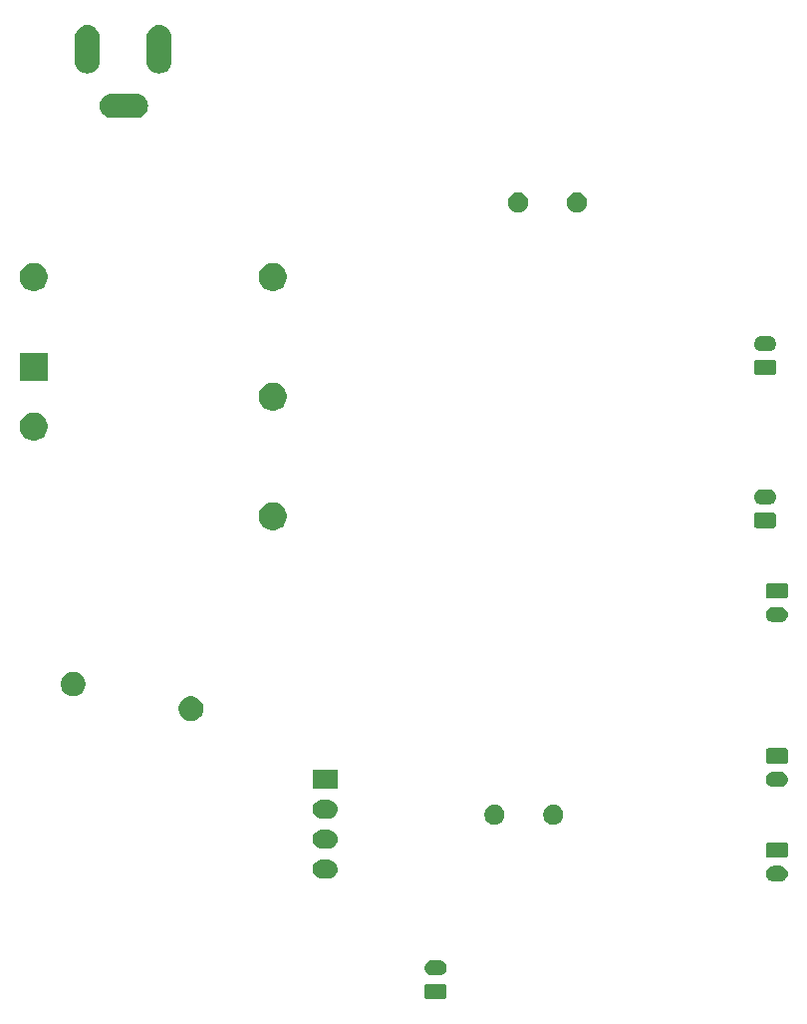
<source format=gbs>
G04 #@! TF.GenerationSoftware,KiCad,Pcbnew,(5.1.5-0)*
G04 #@! TF.CreationDate,2021-01-24T11:48:24-07:00*
G04 #@! TF.ProjectId,power_cui,706f7765-725f-4637-9569-2e6b69636164,rev?*
G04 #@! TF.SameCoordinates,Original*
G04 #@! TF.FileFunction,Soldermask,Bot*
G04 #@! TF.FilePolarity,Negative*
%FSLAX46Y46*%
G04 Gerber Fmt 4.6, Leading zero omitted, Abs format (unit mm)*
G04 Created by KiCad (PCBNEW (5.1.5-0)) date 2021-01-24 11:48:24*
%MOMM*%
%LPD*%
G04 APERTURE LIST*
%ADD10C,0.100000*%
G04 APERTURE END LIST*
D10*
G36*
X123766242Y-131353404D02*
G01*
X123803337Y-131364657D01*
X123837515Y-131382925D01*
X123867481Y-131407519D01*
X123892075Y-131437485D01*
X123910343Y-131471663D01*
X123921596Y-131508758D01*
X123926000Y-131553474D01*
X123926000Y-132446526D01*
X123921596Y-132491242D01*
X123910343Y-132528337D01*
X123892075Y-132562515D01*
X123867481Y-132592481D01*
X123837515Y-132617075D01*
X123803337Y-132635343D01*
X123766242Y-132646596D01*
X123721526Y-132651000D01*
X122278474Y-132651000D01*
X122233758Y-132646596D01*
X122196663Y-132635343D01*
X122162485Y-132617075D01*
X122132519Y-132592481D01*
X122107925Y-132562515D01*
X122089657Y-132528337D01*
X122078404Y-132491242D01*
X122074000Y-132446526D01*
X122074000Y-131553474D01*
X122078404Y-131508758D01*
X122089657Y-131471663D01*
X122107925Y-131437485D01*
X122132519Y-131407519D01*
X122162485Y-131382925D01*
X122196663Y-131364657D01*
X122233758Y-131353404D01*
X122278474Y-131349000D01*
X123721526Y-131349000D01*
X123766242Y-131353404D01*
G37*
G36*
X123338855Y-129352140D02*
G01*
X123402618Y-129358420D01*
X123493404Y-129385960D01*
X123525336Y-129395646D01*
X123638425Y-129456094D01*
X123737554Y-129537446D01*
X123818906Y-129636575D01*
X123879354Y-129749664D01*
X123879355Y-129749668D01*
X123916580Y-129872382D01*
X123929149Y-130000000D01*
X123916580Y-130127618D01*
X123889040Y-130218404D01*
X123879354Y-130250336D01*
X123818906Y-130363425D01*
X123737554Y-130462554D01*
X123638425Y-130543906D01*
X123525336Y-130604354D01*
X123493404Y-130614040D01*
X123402618Y-130641580D01*
X123338855Y-130647860D01*
X123306974Y-130651000D01*
X122693026Y-130651000D01*
X122661145Y-130647860D01*
X122597382Y-130641580D01*
X122506596Y-130614040D01*
X122474664Y-130604354D01*
X122361575Y-130543906D01*
X122262446Y-130462554D01*
X122181094Y-130363425D01*
X122120646Y-130250336D01*
X122110960Y-130218404D01*
X122083420Y-130127618D01*
X122070851Y-130000000D01*
X122083420Y-129872382D01*
X122120645Y-129749668D01*
X122120646Y-129749664D01*
X122181094Y-129636575D01*
X122262446Y-129537446D01*
X122361575Y-129456094D01*
X122474664Y-129395646D01*
X122506596Y-129385960D01*
X122597382Y-129358420D01*
X122661145Y-129352140D01*
X122693026Y-129349000D01*
X123306974Y-129349000D01*
X123338855Y-129352140D01*
G37*
G36*
X152338855Y-121352140D02*
G01*
X152402618Y-121358420D01*
X152493404Y-121385960D01*
X152525336Y-121395646D01*
X152638425Y-121456094D01*
X152737554Y-121537446D01*
X152818906Y-121636575D01*
X152879354Y-121749664D01*
X152879355Y-121749668D01*
X152916580Y-121872382D01*
X152929149Y-122000000D01*
X152916580Y-122127618D01*
X152889040Y-122218404D01*
X152879354Y-122250336D01*
X152818906Y-122363425D01*
X152737554Y-122462554D01*
X152638425Y-122543906D01*
X152525336Y-122604354D01*
X152493404Y-122614040D01*
X152402618Y-122641580D01*
X152338855Y-122647860D01*
X152306974Y-122651000D01*
X151693026Y-122651000D01*
X151661145Y-122647860D01*
X151597382Y-122641580D01*
X151506596Y-122614040D01*
X151474664Y-122604354D01*
X151361575Y-122543906D01*
X151262446Y-122462554D01*
X151181094Y-122363425D01*
X151120646Y-122250336D01*
X151110960Y-122218404D01*
X151083420Y-122127618D01*
X151070851Y-122000000D01*
X151083420Y-121872382D01*
X151120645Y-121749668D01*
X151120646Y-121749664D01*
X151181094Y-121636575D01*
X151262446Y-121537446D01*
X151361575Y-121456094D01*
X151474664Y-121395646D01*
X151506596Y-121385960D01*
X151597382Y-121358420D01*
X151661145Y-121352140D01*
X151693026Y-121349000D01*
X152306974Y-121349000D01*
X152338855Y-121352140D01*
G37*
G36*
X113928571Y-120822863D02*
G01*
X114007023Y-120830590D01*
X114107682Y-120861125D01*
X114158013Y-120876392D01*
X114297165Y-120950771D01*
X114419133Y-121050867D01*
X114519229Y-121172835D01*
X114593608Y-121311987D01*
X114607693Y-121358420D01*
X114639410Y-121462977D01*
X114654875Y-121620000D01*
X114639410Y-121777023D01*
X114610483Y-121872382D01*
X114593608Y-121928013D01*
X114519229Y-122067165D01*
X114419133Y-122189133D01*
X114297165Y-122289229D01*
X114158013Y-122363608D01*
X114107682Y-122378875D01*
X114007023Y-122409410D01*
X113928571Y-122417137D01*
X113889346Y-122421000D01*
X113310654Y-122421000D01*
X113271429Y-122417137D01*
X113192977Y-122409410D01*
X113092318Y-122378875D01*
X113041987Y-122363608D01*
X112902835Y-122289229D01*
X112780867Y-122189133D01*
X112680771Y-122067165D01*
X112606392Y-121928013D01*
X112589517Y-121872382D01*
X112560590Y-121777023D01*
X112545125Y-121620000D01*
X112560590Y-121462977D01*
X112592307Y-121358420D01*
X112606392Y-121311987D01*
X112680771Y-121172835D01*
X112780867Y-121050867D01*
X112902835Y-120950771D01*
X113041987Y-120876392D01*
X113092318Y-120861125D01*
X113192977Y-120830590D01*
X113271429Y-120822863D01*
X113310654Y-120819000D01*
X113889346Y-120819000D01*
X113928571Y-120822863D01*
G37*
G36*
X152766242Y-119353404D02*
G01*
X152803337Y-119364657D01*
X152837515Y-119382925D01*
X152867481Y-119407519D01*
X152892075Y-119437485D01*
X152910343Y-119471663D01*
X152921596Y-119508758D01*
X152926000Y-119553474D01*
X152926000Y-120446526D01*
X152921596Y-120491242D01*
X152910343Y-120528337D01*
X152892075Y-120562515D01*
X152867481Y-120592481D01*
X152837515Y-120617075D01*
X152803337Y-120635343D01*
X152766242Y-120646596D01*
X152721526Y-120651000D01*
X151278474Y-120651000D01*
X151233758Y-120646596D01*
X151196663Y-120635343D01*
X151162485Y-120617075D01*
X151132519Y-120592481D01*
X151107925Y-120562515D01*
X151089657Y-120528337D01*
X151078404Y-120491242D01*
X151074000Y-120446526D01*
X151074000Y-119553474D01*
X151078404Y-119508758D01*
X151089657Y-119471663D01*
X151107925Y-119437485D01*
X151132519Y-119407519D01*
X151162485Y-119382925D01*
X151196663Y-119364657D01*
X151233758Y-119353404D01*
X151278474Y-119349000D01*
X152721526Y-119349000D01*
X152766242Y-119353404D01*
G37*
G36*
X113928571Y-118282863D02*
G01*
X114007023Y-118290590D01*
X114107682Y-118321125D01*
X114158013Y-118336392D01*
X114297165Y-118410771D01*
X114419133Y-118510867D01*
X114519229Y-118632835D01*
X114593608Y-118771987D01*
X114593608Y-118771988D01*
X114639410Y-118922977D01*
X114654875Y-119080000D01*
X114639410Y-119237023D01*
X114608875Y-119337682D01*
X114593608Y-119388013D01*
X114519229Y-119527165D01*
X114419133Y-119649133D01*
X114297165Y-119749229D01*
X114158013Y-119823608D01*
X114107682Y-119838875D01*
X114007023Y-119869410D01*
X113928571Y-119877137D01*
X113889346Y-119881000D01*
X113310654Y-119881000D01*
X113271429Y-119877137D01*
X113192977Y-119869410D01*
X113092318Y-119838875D01*
X113041987Y-119823608D01*
X112902835Y-119749229D01*
X112780867Y-119649133D01*
X112680771Y-119527165D01*
X112606392Y-119388013D01*
X112591125Y-119337682D01*
X112560590Y-119237023D01*
X112545125Y-119080000D01*
X112560590Y-118922977D01*
X112606392Y-118771988D01*
X112606392Y-118771987D01*
X112680771Y-118632835D01*
X112780867Y-118510867D01*
X112902835Y-118410771D01*
X113041987Y-118336392D01*
X113092318Y-118321125D01*
X113192977Y-118290590D01*
X113271429Y-118282863D01*
X113310654Y-118279000D01*
X113889346Y-118279000D01*
X113928571Y-118282863D01*
G37*
G36*
X133248228Y-116181703D02*
G01*
X133403100Y-116245853D01*
X133542481Y-116338985D01*
X133661015Y-116457519D01*
X133754147Y-116596900D01*
X133818297Y-116751772D01*
X133851000Y-116916184D01*
X133851000Y-117083816D01*
X133818297Y-117248228D01*
X133754147Y-117403100D01*
X133661015Y-117542481D01*
X133542481Y-117661015D01*
X133403100Y-117754147D01*
X133248228Y-117818297D01*
X133083816Y-117851000D01*
X132916184Y-117851000D01*
X132751772Y-117818297D01*
X132596900Y-117754147D01*
X132457519Y-117661015D01*
X132338985Y-117542481D01*
X132245853Y-117403100D01*
X132181703Y-117248228D01*
X132149000Y-117083816D01*
X132149000Y-116916184D01*
X132181703Y-116751772D01*
X132245853Y-116596900D01*
X132338985Y-116457519D01*
X132457519Y-116338985D01*
X132596900Y-116245853D01*
X132751772Y-116181703D01*
X132916184Y-116149000D01*
X133083816Y-116149000D01*
X133248228Y-116181703D01*
G37*
G36*
X128248228Y-116181703D02*
G01*
X128403100Y-116245853D01*
X128542481Y-116338985D01*
X128661015Y-116457519D01*
X128754147Y-116596900D01*
X128818297Y-116751772D01*
X128851000Y-116916184D01*
X128851000Y-117083816D01*
X128818297Y-117248228D01*
X128754147Y-117403100D01*
X128661015Y-117542481D01*
X128542481Y-117661015D01*
X128403100Y-117754147D01*
X128248228Y-117818297D01*
X128083816Y-117851000D01*
X127916184Y-117851000D01*
X127751772Y-117818297D01*
X127596900Y-117754147D01*
X127457519Y-117661015D01*
X127338985Y-117542481D01*
X127245853Y-117403100D01*
X127181703Y-117248228D01*
X127149000Y-117083816D01*
X127149000Y-116916184D01*
X127181703Y-116751772D01*
X127245853Y-116596900D01*
X127338985Y-116457519D01*
X127457519Y-116338985D01*
X127596900Y-116245853D01*
X127751772Y-116181703D01*
X127916184Y-116149000D01*
X128083816Y-116149000D01*
X128248228Y-116181703D01*
G37*
G36*
X113928571Y-115742863D02*
G01*
X114007023Y-115750590D01*
X114107682Y-115781125D01*
X114158013Y-115796392D01*
X114297165Y-115870771D01*
X114419133Y-115970867D01*
X114519229Y-116092835D01*
X114593608Y-116231987D01*
X114593608Y-116231988D01*
X114639410Y-116382977D01*
X114654875Y-116540000D01*
X114639410Y-116697023D01*
X114622802Y-116751771D01*
X114593608Y-116848013D01*
X114519229Y-116987165D01*
X114419133Y-117109133D01*
X114297165Y-117209229D01*
X114158013Y-117283608D01*
X114107682Y-117298875D01*
X114007023Y-117329410D01*
X113928571Y-117337137D01*
X113889346Y-117341000D01*
X113310654Y-117341000D01*
X113271429Y-117337137D01*
X113192977Y-117329410D01*
X113092318Y-117298875D01*
X113041987Y-117283608D01*
X112902835Y-117209229D01*
X112780867Y-117109133D01*
X112680771Y-116987165D01*
X112606392Y-116848013D01*
X112577198Y-116751771D01*
X112560590Y-116697023D01*
X112545125Y-116540000D01*
X112560590Y-116382977D01*
X112606392Y-116231988D01*
X112606392Y-116231987D01*
X112680771Y-116092835D01*
X112780867Y-115970867D01*
X112902835Y-115870771D01*
X113041987Y-115796392D01*
X113092318Y-115781125D01*
X113192977Y-115750590D01*
X113271429Y-115742863D01*
X113310654Y-115739000D01*
X113889346Y-115739000D01*
X113928571Y-115742863D01*
G37*
G36*
X114651000Y-114801000D02*
G01*
X112549000Y-114801000D01*
X112549000Y-113199000D01*
X114651000Y-113199000D01*
X114651000Y-114801000D01*
G37*
G36*
X152338855Y-113352140D02*
G01*
X152402618Y-113358420D01*
X152493404Y-113385960D01*
X152525336Y-113395646D01*
X152638425Y-113456094D01*
X152737554Y-113537446D01*
X152818906Y-113636575D01*
X152879354Y-113749664D01*
X152879355Y-113749668D01*
X152916580Y-113872382D01*
X152929149Y-114000000D01*
X152916580Y-114127618D01*
X152889040Y-114218404D01*
X152879354Y-114250336D01*
X152818906Y-114363425D01*
X152737554Y-114462554D01*
X152638425Y-114543906D01*
X152525336Y-114604354D01*
X152493404Y-114614040D01*
X152402618Y-114641580D01*
X152338855Y-114647860D01*
X152306974Y-114651000D01*
X151693026Y-114651000D01*
X151661145Y-114647860D01*
X151597382Y-114641580D01*
X151506596Y-114614040D01*
X151474664Y-114604354D01*
X151361575Y-114543906D01*
X151262446Y-114462554D01*
X151181094Y-114363425D01*
X151120646Y-114250336D01*
X151110960Y-114218404D01*
X151083420Y-114127618D01*
X151070851Y-114000000D01*
X151083420Y-113872382D01*
X151120645Y-113749668D01*
X151120646Y-113749664D01*
X151181094Y-113636575D01*
X151262446Y-113537446D01*
X151361575Y-113456094D01*
X151474664Y-113395646D01*
X151506596Y-113385960D01*
X151597382Y-113358420D01*
X151661145Y-113352140D01*
X151693026Y-113349000D01*
X152306974Y-113349000D01*
X152338855Y-113352140D01*
G37*
G36*
X152766242Y-111353404D02*
G01*
X152803337Y-111364657D01*
X152837515Y-111382925D01*
X152867481Y-111407519D01*
X152892075Y-111437485D01*
X152910343Y-111471663D01*
X152921596Y-111508758D01*
X152926000Y-111553474D01*
X152926000Y-112446526D01*
X152921596Y-112491242D01*
X152910343Y-112528337D01*
X152892075Y-112562515D01*
X152867481Y-112592481D01*
X152837515Y-112617075D01*
X152803337Y-112635343D01*
X152766242Y-112646596D01*
X152721526Y-112651000D01*
X151278474Y-112651000D01*
X151233758Y-112646596D01*
X151196663Y-112635343D01*
X151162485Y-112617075D01*
X151132519Y-112592481D01*
X151107925Y-112562515D01*
X151089657Y-112528337D01*
X151078404Y-112491242D01*
X151074000Y-112446526D01*
X151074000Y-111553474D01*
X151078404Y-111508758D01*
X151089657Y-111471663D01*
X151107925Y-111437485D01*
X151132519Y-111407519D01*
X151162485Y-111382925D01*
X151196663Y-111364657D01*
X151233758Y-111353404D01*
X151278474Y-111349000D01*
X152721526Y-111349000D01*
X152766242Y-111353404D01*
G37*
G36*
X102506564Y-106989389D02*
G01*
X102697833Y-107068615D01*
X102697835Y-107068616D01*
X102869973Y-107183635D01*
X103016365Y-107330027D01*
X103131385Y-107502167D01*
X103210611Y-107693436D01*
X103251000Y-107896484D01*
X103251000Y-108103516D01*
X103210611Y-108306564D01*
X103131385Y-108497833D01*
X103131384Y-108497835D01*
X103016365Y-108669973D01*
X102869973Y-108816365D01*
X102697835Y-108931384D01*
X102697834Y-108931385D01*
X102697833Y-108931385D01*
X102506564Y-109010611D01*
X102303516Y-109051000D01*
X102096484Y-109051000D01*
X101893436Y-109010611D01*
X101702167Y-108931385D01*
X101702166Y-108931385D01*
X101702165Y-108931384D01*
X101530027Y-108816365D01*
X101383635Y-108669973D01*
X101268616Y-108497835D01*
X101268615Y-108497833D01*
X101189389Y-108306564D01*
X101149000Y-108103516D01*
X101149000Y-107896484D01*
X101189389Y-107693436D01*
X101268615Y-107502167D01*
X101383635Y-107330027D01*
X101530027Y-107183635D01*
X101702165Y-107068616D01*
X101702167Y-107068615D01*
X101893436Y-106989389D01*
X102096484Y-106949000D01*
X102303516Y-106949000D01*
X102506564Y-106989389D01*
G37*
G36*
X92506564Y-104889389D02*
G01*
X92697833Y-104968615D01*
X92697835Y-104968616D01*
X92869973Y-105083635D01*
X93016365Y-105230027D01*
X93131385Y-105402167D01*
X93210611Y-105593436D01*
X93251000Y-105796484D01*
X93251000Y-106003516D01*
X93210611Y-106206564D01*
X93131385Y-106397833D01*
X93131384Y-106397835D01*
X93016365Y-106569973D01*
X92869973Y-106716365D01*
X92697835Y-106831384D01*
X92697834Y-106831385D01*
X92697833Y-106831385D01*
X92506564Y-106910611D01*
X92303516Y-106951000D01*
X92096484Y-106951000D01*
X91893436Y-106910611D01*
X91702167Y-106831385D01*
X91702166Y-106831385D01*
X91702165Y-106831384D01*
X91530027Y-106716365D01*
X91383635Y-106569973D01*
X91268616Y-106397835D01*
X91268615Y-106397833D01*
X91189389Y-106206564D01*
X91149000Y-106003516D01*
X91149000Y-105796484D01*
X91189389Y-105593436D01*
X91268615Y-105402167D01*
X91383635Y-105230027D01*
X91530027Y-105083635D01*
X91702165Y-104968616D01*
X91702167Y-104968615D01*
X91893436Y-104889389D01*
X92096484Y-104849000D01*
X92303516Y-104849000D01*
X92506564Y-104889389D01*
G37*
G36*
X152338855Y-99352140D02*
G01*
X152402618Y-99358420D01*
X152493404Y-99385960D01*
X152525336Y-99395646D01*
X152638425Y-99456094D01*
X152737554Y-99537446D01*
X152818906Y-99636575D01*
X152879354Y-99749664D01*
X152879355Y-99749668D01*
X152916580Y-99872382D01*
X152929149Y-100000000D01*
X152916580Y-100127618D01*
X152889040Y-100218404D01*
X152879354Y-100250336D01*
X152818906Y-100363425D01*
X152737554Y-100462554D01*
X152638425Y-100543906D01*
X152525336Y-100604354D01*
X152493404Y-100614040D01*
X152402618Y-100641580D01*
X152338855Y-100647860D01*
X152306974Y-100651000D01*
X151693026Y-100651000D01*
X151661145Y-100647860D01*
X151597382Y-100641580D01*
X151506596Y-100614040D01*
X151474664Y-100604354D01*
X151361575Y-100543906D01*
X151262446Y-100462554D01*
X151181094Y-100363425D01*
X151120646Y-100250336D01*
X151110960Y-100218404D01*
X151083420Y-100127618D01*
X151070851Y-100000000D01*
X151083420Y-99872382D01*
X151120645Y-99749668D01*
X151120646Y-99749664D01*
X151181094Y-99636575D01*
X151262446Y-99537446D01*
X151361575Y-99456094D01*
X151474664Y-99395646D01*
X151506596Y-99385960D01*
X151597382Y-99358420D01*
X151661145Y-99352140D01*
X151693026Y-99349000D01*
X152306974Y-99349000D01*
X152338855Y-99352140D01*
G37*
G36*
X152766242Y-97353404D02*
G01*
X152803337Y-97364657D01*
X152837515Y-97382925D01*
X152867481Y-97407519D01*
X152892075Y-97437485D01*
X152910343Y-97471663D01*
X152921596Y-97508758D01*
X152926000Y-97553474D01*
X152926000Y-98446526D01*
X152921596Y-98491242D01*
X152910343Y-98528337D01*
X152892075Y-98562515D01*
X152867481Y-98592481D01*
X152837515Y-98617075D01*
X152803337Y-98635343D01*
X152766242Y-98646596D01*
X152721526Y-98651000D01*
X151278474Y-98651000D01*
X151233758Y-98646596D01*
X151196663Y-98635343D01*
X151162485Y-98617075D01*
X151132519Y-98592481D01*
X151107925Y-98562515D01*
X151089657Y-98528337D01*
X151078404Y-98491242D01*
X151074000Y-98446526D01*
X151074000Y-97553474D01*
X151078404Y-97508758D01*
X151089657Y-97471663D01*
X151107925Y-97437485D01*
X151132519Y-97407519D01*
X151162485Y-97382925D01*
X151196663Y-97364657D01*
X151233758Y-97353404D01*
X151278474Y-97349000D01*
X152721526Y-97349000D01*
X152766242Y-97353404D01*
G37*
G36*
X109351560Y-90499064D02*
G01*
X109503027Y-90529193D01*
X109717045Y-90617842D01*
X109717046Y-90617843D01*
X109909654Y-90746539D01*
X110073461Y-90910346D01*
X110159258Y-91038751D01*
X110202158Y-91102955D01*
X110290807Y-91316973D01*
X110336000Y-91544174D01*
X110336000Y-91775826D01*
X110290807Y-92003027D01*
X110202158Y-92217045D01*
X110202157Y-92217046D01*
X110073461Y-92409654D01*
X109909654Y-92573461D01*
X109800199Y-92646596D01*
X109717045Y-92702158D01*
X109503027Y-92790807D01*
X109351560Y-92820936D01*
X109275827Y-92836000D01*
X109044173Y-92836000D01*
X108968440Y-92820936D01*
X108816973Y-92790807D01*
X108602955Y-92702158D01*
X108519801Y-92646596D01*
X108410346Y-92573461D01*
X108246539Y-92409654D01*
X108117843Y-92217046D01*
X108117842Y-92217045D01*
X108029193Y-92003027D01*
X107984000Y-91775826D01*
X107984000Y-91544174D01*
X108029193Y-91316973D01*
X108117842Y-91102955D01*
X108160742Y-91038751D01*
X108246539Y-90910346D01*
X108410346Y-90746539D01*
X108602954Y-90617843D01*
X108602955Y-90617842D01*
X108816973Y-90529193D01*
X108968440Y-90499064D01*
X109044173Y-90484000D01*
X109275827Y-90484000D01*
X109351560Y-90499064D01*
G37*
G36*
X151766242Y-91353404D02*
G01*
X151803337Y-91364657D01*
X151837515Y-91382925D01*
X151867481Y-91407519D01*
X151892075Y-91437485D01*
X151910343Y-91471663D01*
X151921596Y-91508758D01*
X151926000Y-91553474D01*
X151926000Y-92446526D01*
X151921596Y-92491242D01*
X151910343Y-92528337D01*
X151892075Y-92562515D01*
X151867481Y-92592481D01*
X151837515Y-92617075D01*
X151803337Y-92635343D01*
X151766242Y-92646596D01*
X151721526Y-92651000D01*
X150278474Y-92651000D01*
X150233758Y-92646596D01*
X150196663Y-92635343D01*
X150162485Y-92617075D01*
X150132519Y-92592481D01*
X150107925Y-92562515D01*
X150089657Y-92528337D01*
X150078404Y-92491242D01*
X150074000Y-92446526D01*
X150074000Y-91553474D01*
X150078404Y-91508758D01*
X150089657Y-91471663D01*
X150107925Y-91437485D01*
X150132519Y-91407519D01*
X150162485Y-91382925D01*
X150196663Y-91364657D01*
X150233758Y-91353404D01*
X150278474Y-91349000D01*
X151721526Y-91349000D01*
X151766242Y-91353404D01*
G37*
G36*
X151338855Y-89352140D02*
G01*
X151402618Y-89358420D01*
X151493404Y-89385960D01*
X151525336Y-89395646D01*
X151638425Y-89456094D01*
X151737554Y-89537446D01*
X151818906Y-89636575D01*
X151879354Y-89749664D01*
X151879355Y-89749668D01*
X151916580Y-89872382D01*
X151929149Y-90000000D01*
X151916580Y-90127618D01*
X151889040Y-90218404D01*
X151879354Y-90250336D01*
X151818906Y-90363425D01*
X151737554Y-90462554D01*
X151638425Y-90543906D01*
X151525336Y-90604354D01*
X151493404Y-90614040D01*
X151402618Y-90641580D01*
X151338855Y-90647860D01*
X151306974Y-90651000D01*
X150693026Y-90651000D01*
X150661145Y-90647860D01*
X150597382Y-90641580D01*
X150506596Y-90614040D01*
X150474664Y-90604354D01*
X150361575Y-90543906D01*
X150262446Y-90462554D01*
X150181094Y-90363425D01*
X150120646Y-90250336D01*
X150110960Y-90218404D01*
X150083420Y-90127618D01*
X150070851Y-90000000D01*
X150083420Y-89872382D01*
X150120645Y-89749668D01*
X150120646Y-89749664D01*
X150181094Y-89636575D01*
X150262446Y-89537446D01*
X150361575Y-89456094D01*
X150474664Y-89395646D01*
X150506596Y-89385960D01*
X150597382Y-89358420D01*
X150661145Y-89352140D01*
X150693026Y-89349000D01*
X151306974Y-89349000D01*
X151338855Y-89352140D01*
G37*
G36*
X89031560Y-82879064D02*
G01*
X89183027Y-82909193D01*
X89397045Y-82997842D01*
X89397046Y-82997843D01*
X89589654Y-83126539D01*
X89753461Y-83290346D01*
X89839258Y-83418751D01*
X89882158Y-83482955D01*
X89970807Y-83696973D01*
X90016000Y-83924174D01*
X90016000Y-84155826D01*
X89970807Y-84383027D01*
X89882158Y-84597045D01*
X89882157Y-84597046D01*
X89753461Y-84789654D01*
X89589654Y-84953461D01*
X89461249Y-85039258D01*
X89397045Y-85082158D01*
X89183027Y-85170807D01*
X89031560Y-85200936D01*
X88955827Y-85216000D01*
X88724173Y-85216000D01*
X88648440Y-85200936D01*
X88496973Y-85170807D01*
X88282955Y-85082158D01*
X88218751Y-85039258D01*
X88090346Y-84953461D01*
X87926539Y-84789654D01*
X87797843Y-84597046D01*
X87797842Y-84597045D01*
X87709193Y-84383027D01*
X87664000Y-84155826D01*
X87664000Y-83924174D01*
X87709193Y-83696973D01*
X87797842Y-83482955D01*
X87840742Y-83418751D01*
X87926539Y-83290346D01*
X88090346Y-83126539D01*
X88282954Y-82997843D01*
X88282955Y-82997842D01*
X88496973Y-82909193D01*
X88648440Y-82879064D01*
X88724173Y-82864000D01*
X88955827Y-82864000D01*
X89031560Y-82879064D01*
G37*
G36*
X109351560Y-80339064D02*
G01*
X109503027Y-80369193D01*
X109717045Y-80457842D01*
X109717046Y-80457843D01*
X109909654Y-80586539D01*
X110073461Y-80750346D01*
X110159258Y-80878751D01*
X110202158Y-80942955D01*
X110290807Y-81156973D01*
X110336000Y-81384174D01*
X110336000Y-81615826D01*
X110290807Y-81843027D01*
X110202158Y-82057045D01*
X110202157Y-82057046D01*
X110073461Y-82249654D01*
X109909654Y-82413461D01*
X109781249Y-82499258D01*
X109717045Y-82542158D01*
X109503027Y-82630807D01*
X109351560Y-82660936D01*
X109275827Y-82676000D01*
X109044173Y-82676000D01*
X108968440Y-82660936D01*
X108816973Y-82630807D01*
X108602955Y-82542158D01*
X108538751Y-82499258D01*
X108410346Y-82413461D01*
X108246539Y-82249654D01*
X108117843Y-82057046D01*
X108117842Y-82057045D01*
X108029193Y-81843027D01*
X107984000Y-81615826D01*
X107984000Y-81384174D01*
X108029193Y-81156973D01*
X108117842Y-80942955D01*
X108160742Y-80878751D01*
X108246539Y-80750346D01*
X108410346Y-80586539D01*
X108602954Y-80457843D01*
X108602955Y-80457842D01*
X108816973Y-80369193D01*
X108968440Y-80339064D01*
X109044173Y-80324000D01*
X109275827Y-80324000D01*
X109351560Y-80339064D01*
G37*
G36*
X90016000Y-80136000D02*
G01*
X87664000Y-80136000D01*
X87664000Y-77784000D01*
X90016000Y-77784000D01*
X90016000Y-80136000D01*
G37*
G36*
X151766242Y-78353404D02*
G01*
X151803337Y-78364657D01*
X151837515Y-78382925D01*
X151867481Y-78407519D01*
X151892075Y-78437485D01*
X151910343Y-78471663D01*
X151921596Y-78508758D01*
X151926000Y-78553474D01*
X151926000Y-79446526D01*
X151921596Y-79491242D01*
X151910343Y-79528337D01*
X151892075Y-79562515D01*
X151867481Y-79592481D01*
X151837515Y-79617075D01*
X151803337Y-79635343D01*
X151766242Y-79646596D01*
X151721526Y-79651000D01*
X150278474Y-79651000D01*
X150233758Y-79646596D01*
X150196663Y-79635343D01*
X150162485Y-79617075D01*
X150132519Y-79592481D01*
X150107925Y-79562515D01*
X150089657Y-79528337D01*
X150078404Y-79491242D01*
X150074000Y-79446526D01*
X150074000Y-78553474D01*
X150078404Y-78508758D01*
X150089657Y-78471663D01*
X150107925Y-78437485D01*
X150132519Y-78407519D01*
X150162485Y-78382925D01*
X150196663Y-78364657D01*
X150233758Y-78353404D01*
X150278474Y-78349000D01*
X151721526Y-78349000D01*
X151766242Y-78353404D01*
G37*
G36*
X151338855Y-76352140D02*
G01*
X151402618Y-76358420D01*
X151493404Y-76385960D01*
X151525336Y-76395646D01*
X151638425Y-76456094D01*
X151737554Y-76537446D01*
X151818906Y-76636575D01*
X151879354Y-76749664D01*
X151879355Y-76749668D01*
X151916580Y-76872382D01*
X151929149Y-77000000D01*
X151916580Y-77127618D01*
X151889040Y-77218404D01*
X151879354Y-77250336D01*
X151818906Y-77363425D01*
X151737554Y-77462554D01*
X151638425Y-77543906D01*
X151525336Y-77604354D01*
X151493404Y-77614040D01*
X151402618Y-77641580D01*
X151338855Y-77647860D01*
X151306974Y-77651000D01*
X150693026Y-77651000D01*
X150661145Y-77647860D01*
X150597382Y-77641580D01*
X150506596Y-77614040D01*
X150474664Y-77604354D01*
X150361575Y-77543906D01*
X150262446Y-77462554D01*
X150181094Y-77363425D01*
X150120646Y-77250336D01*
X150110960Y-77218404D01*
X150083420Y-77127618D01*
X150070851Y-77000000D01*
X150083420Y-76872382D01*
X150120645Y-76749668D01*
X150120646Y-76749664D01*
X150181094Y-76636575D01*
X150262446Y-76537446D01*
X150361575Y-76456094D01*
X150474664Y-76395646D01*
X150506596Y-76385960D01*
X150597382Y-76358420D01*
X150661145Y-76352140D01*
X150693026Y-76349000D01*
X151306974Y-76349000D01*
X151338855Y-76352140D01*
G37*
G36*
X89031560Y-70179064D02*
G01*
X89183027Y-70209193D01*
X89397045Y-70297842D01*
X89397046Y-70297843D01*
X89589654Y-70426539D01*
X89753461Y-70590346D01*
X89839258Y-70718751D01*
X89882158Y-70782955D01*
X89970807Y-70996973D01*
X90016000Y-71224174D01*
X90016000Y-71455826D01*
X89970807Y-71683027D01*
X89882158Y-71897045D01*
X89882157Y-71897046D01*
X89753461Y-72089654D01*
X89589654Y-72253461D01*
X89461249Y-72339258D01*
X89397045Y-72382158D01*
X89183027Y-72470807D01*
X89031560Y-72500936D01*
X88955827Y-72516000D01*
X88724173Y-72516000D01*
X88648440Y-72500936D01*
X88496973Y-72470807D01*
X88282955Y-72382158D01*
X88218751Y-72339258D01*
X88090346Y-72253461D01*
X87926539Y-72089654D01*
X87797843Y-71897046D01*
X87797842Y-71897045D01*
X87709193Y-71683027D01*
X87664000Y-71455826D01*
X87664000Y-71224174D01*
X87709193Y-70996973D01*
X87797842Y-70782955D01*
X87840742Y-70718751D01*
X87926539Y-70590346D01*
X88090346Y-70426539D01*
X88282954Y-70297843D01*
X88282955Y-70297842D01*
X88496973Y-70209193D01*
X88648440Y-70179064D01*
X88724173Y-70164000D01*
X88955827Y-70164000D01*
X89031560Y-70179064D01*
G37*
G36*
X109351560Y-70179064D02*
G01*
X109503027Y-70209193D01*
X109717045Y-70297842D01*
X109717046Y-70297843D01*
X109909654Y-70426539D01*
X110073461Y-70590346D01*
X110159258Y-70718751D01*
X110202158Y-70782955D01*
X110290807Y-70996973D01*
X110336000Y-71224174D01*
X110336000Y-71455826D01*
X110290807Y-71683027D01*
X110202158Y-71897045D01*
X110202157Y-71897046D01*
X110073461Y-72089654D01*
X109909654Y-72253461D01*
X109781249Y-72339258D01*
X109717045Y-72382158D01*
X109503027Y-72470807D01*
X109351560Y-72500936D01*
X109275827Y-72516000D01*
X109044173Y-72516000D01*
X108968440Y-72500936D01*
X108816973Y-72470807D01*
X108602955Y-72382158D01*
X108538751Y-72339258D01*
X108410346Y-72253461D01*
X108246539Y-72089654D01*
X108117843Y-71897046D01*
X108117842Y-71897045D01*
X108029193Y-71683027D01*
X107984000Y-71455826D01*
X107984000Y-71224174D01*
X108029193Y-70996973D01*
X108117842Y-70782955D01*
X108160742Y-70718751D01*
X108246539Y-70590346D01*
X108410346Y-70426539D01*
X108602954Y-70297843D01*
X108602955Y-70297842D01*
X108816973Y-70209193D01*
X108968440Y-70179064D01*
X109044173Y-70164000D01*
X109275827Y-70164000D01*
X109351560Y-70179064D01*
G37*
G36*
X130248228Y-64181703D02*
G01*
X130403100Y-64245853D01*
X130542481Y-64338985D01*
X130661015Y-64457519D01*
X130754147Y-64596900D01*
X130818297Y-64751772D01*
X130851000Y-64916184D01*
X130851000Y-65083816D01*
X130818297Y-65248228D01*
X130754147Y-65403100D01*
X130661015Y-65542481D01*
X130542481Y-65661015D01*
X130403100Y-65754147D01*
X130248228Y-65818297D01*
X130083816Y-65851000D01*
X129916184Y-65851000D01*
X129751772Y-65818297D01*
X129596900Y-65754147D01*
X129457519Y-65661015D01*
X129338985Y-65542481D01*
X129245853Y-65403100D01*
X129181703Y-65248228D01*
X129149000Y-65083816D01*
X129149000Y-64916184D01*
X129181703Y-64751772D01*
X129245853Y-64596900D01*
X129338985Y-64457519D01*
X129457519Y-64338985D01*
X129596900Y-64245853D01*
X129751772Y-64181703D01*
X129916184Y-64149000D01*
X130083816Y-64149000D01*
X130248228Y-64181703D01*
G37*
G36*
X135248228Y-64181703D02*
G01*
X135403100Y-64245853D01*
X135542481Y-64338985D01*
X135661015Y-64457519D01*
X135754147Y-64596900D01*
X135818297Y-64751772D01*
X135851000Y-64916184D01*
X135851000Y-65083816D01*
X135818297Y-65248228D01*
X135754147Y-65403100D01*
X135661015Y-65542481D01*
X135542481Y-65661015D01*
X135403100Y-65754147D01*
X135248228Y-65818297D01*
X135083816Y-65851000D01*
X134916184Y-65851000D01*
X134751772Y-65818297D01*
X134596900Y-65754147D01*
X134457519Y-65661015D01*
X134338985Y-65542481D01*
X134245853Y-65403100D01*
X134181703Y-65248228D01*
X134149000Y-65083816D01*
X134149000Y-64916184D01*
X134181703Y-64751772D01*
X134245853Y-64596900D01*
X134338985Y-64457519D01*
X134457519Y-64338985D01*
X134596900Y-64245853D01*
X134751772Y-64181703D01*
X134916184Y-64149000D01*
X135083816Y-64149000D01*
X135248228Y-64181703D01*
G37*
G36*
X97603097Y-55754069D02*
G01*
X97706032Y-55764207D01*
X97904146Y-55824305D01*
X97904149Y-55824306D01*
X98000975Y-55876061D01*
X98086729Y-55921897D01*
X98246765Y-56053235D01*
X98378103Y-56213271D01*
X98423939Y-56299025D01*
X98475694Y-56395851D01*
X98475695Y-56395854D01*
X98535793Y-56593968D01*
X98556085Y-56800000D01*
X98535793Y-57006032D01*
X98475695Y-57204146D01*
X98475694Y-57204149D01*
X98423939Y-57300975D01*
X98378103Y-57386729D01*
X98246765Y-57546765D01*
X98086729Y-57678103D01*
X98000975Y-57723939D01*
X97904149Y-57775694D01*
X97904146Y-57775695D01*
X97706032Y-57835793D01*
X97603097Y-57845931D01*
X97551631Y-57851000D01*
X95448369Y-57851000D01*
X95396903Y-57845931D01*
X95293968Y-57835793D01*
X95095854Y-57775695D01*
X95095851Y-57775694D01*
X94999025Y-57723939D01*
X94913271Y-57678103D01*
X94753235Y-57546765D01*
X94621897Y-57386729D01*
X94576061Y-57300975D01*
X94524306Y-57204149D01*
X94524305Y-57204146D01*
X94464207Y-57006032D01*
X94443915Y-56800000D01*
X94464207Y-56593968D01*
X94524305Y-56395854D01*
X94524306Y-56395851D01*
X94576061Y-56299025D01*
X94621897Y-56213271D01*
X94753235Y-56053235D01*
X94913271Y-55921897D01*
X94999025Y-55876061D01*
X95095851Y-55824306D01*
X95095854Y-55824305D01*
X95293968Y-55764207D01*
X95396903Y-55754069D01*
X95448369Y-55749000D01*
X97551631Y-55749000D01*
X97603097Y-55754069D01*
G37*
G36*
X99706032Y-49964207D02*
G01*
X99904146Y-50024305D01*
X99904149Y-50024306D01*
X100000975Y-50076061D01*
X100086729Y-50121897D01*
X100246765Y-50253235D01*
X100378103Y-50413271D01*
X100423939Y-50499025D01*
X100475694Y-50595851D01*
X100475695Y-50595854D01*
X100535793Y-50793968D01*
X100551000Y-50948370D01*
X100551000Y-53051630D01*
X100535793Y-53206032D01*
X100475695Y-53404145D01*
X100475694Y-53404149D01*
X100423939Y-53500975D01*
X100378103Y-53586729D01*
X100246765Y-53746765D01*
X100086729Y-53878103D01*
X99970030Y-53940479D01*
X99904148Y-53975694D01*
X99904145Y-53975695D01*
X99706031Y-54035793D01*
X99500000Y-54056085D01*
X99293968Y-54035793D01*
X99095854Y-53975695D01*
X99095851Y-53975694D01*
X98999025Y-53923939D01*
X98913271Y-53878103D01*
X98753235Y-53746765D01*
X98621897Y-53586729D01*
X98524307Y-53404149D01*
X98524306Y-53404148D01*
X98524305Y-53404145D01*
X98464207Y-53206031D01*
X98449000Y-53051629D01*
X98449001Y-50948370D01*
X98464208Y-50793968D01*
X98524306Y-50595854D01*
X98524307Y-50595851D01*
X98576062Y-50499025D01*
X98621898Y-50413271D01*
X98753236Y-50253235D01*
X98913272Y-50121897D01*
X98999026Y-50076061D01*
X99095852Y-50024306D01*
X99095855Y-50024305D01*
X99293969Y-49964207D01*
X99500000Y-49943915D01*
X99706032Y-49964207D01*
G37*
G36*
X93606032Y-49964207D02*
G01*
X93804146Y-50024305D01*
X93804149Y-50024306D01*
X93900975Y-50076061D01*
X93986729Y-50121897D01*
X94146765Y-50253235D01*
X94278103Y-50413271D01*
X94323939Y-50499025D01*
X94375694Y-50595851D01*
X94375695Y-50595854D01*
X94435793Y-50793968D01*
X94451000Y-50948370D01*
X94451000Y-53051630D01*
X94435793Y-53206032D01*
X94375695Y-53404145D01*
X94375694Y-53404149D01*
X94323939Y-53500975D01*
X94278103Y-53586729D01*
X94146765Y-53746765D01*
X93986729Y-53878103D01*
X93870030Y-53940479D01*
X93804148Y-53975694D01*
X93804145Y-53975695D01*
X93606031Y-54035793D01*
X93400000Y-54056085D01*
X93193968Y-54035793D01*
X92995854Y-53975695D01*
X92995851Y-53975694D01*
X92899025Y-53923939D01*
X92813271Y-53878103D01*
X92653235Y-53746765D01*
X92521897Y-53586729D01*
X92424307Y-53404149D01*
X92424306Y-53404148D01*
X92424305Y-53404145D01*
X92364207Y-53206031D01*
X92349000Y-53051629D01*
X92349001Y-50948370D01*
X92364208Y-50793968D01*
X92424306Y-50595854D01*
X92424307Y-50595851D01*
X92476062Y-50499025D01*
X92521898Y-50413271D01*
X92653236Y-50253235D01*
X92813272Y-50121897D01*
X92899026Y-50076061D01*
X92995852Y-50024306D01*
X92995855Y-50024305D01*
X93193969Y-49964207D01*
X93400000Y-49943915D01*
X93606032Y-49964207D01*
G37*
M02*

</source>
